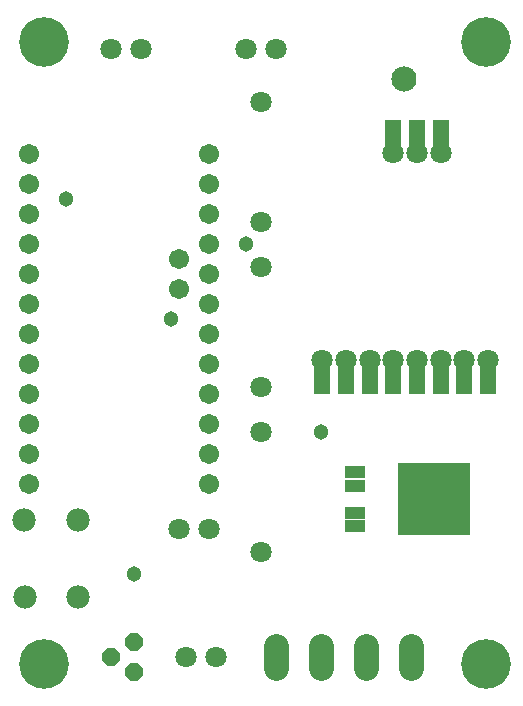
<source format=gts>
G75*
%MOIN*%
%OFA0B0*%
%FSLAX25Y25*%
%IPPOS*%
%LPD*%
%AMOC8*
5,1,8,0,0,1.08239X$1,22.5*
%
%ADD10C,0.16548*%
%ADD11C,0.07099*%
%ADD12C,0.07800*%
%ADD13C,0.08400*%
%ADD14R,0.05800X0.10800*%
%ADD15R,0.07099X0.03950*%
%ADD16R,0.24422X0.24422*%
%ADD17OC8,0.06000*%
%ADD18C,0.07100*%
%ADD19C,0.06737*%
%ADD20C,0.08300*%
%ADD21C,0.05131*%
D10*
X0016787Y0016787D03*
X0164287Y0016787D03*
X0164287Y0224287D03*
X0016787Y0224287D03*
D11*
X0039287Y0221787D03*
X0049287Y0221787D03*
X0084287Y0221787D03*
X0094287Y0221787D03*
X0133283Y0187122D03*
X0141157Y0187122D03*
X0149031Y0187122D03*
X0149031Y0118224D03*
X0156906Y0118224D03*
X0164780Y0118224D03*
X0141157Y0118224D03*
X0133283Y0118224D03*
X0125409Y0118224D03*
X0117535Y0118224D03*
X0109661Y0118224D03*
X0071787Y0061787D03*
X0061787Y0061787D03*
X0064287Y0019287D03*
X0074287Y0019287D03*
D12*
X0028072Y0039380D03*
X0010434Y0039183D03*
X0010237Y0064774D03*
X0028269Y0064774D03*
D13*
X0136787Y0211787D03*
D14*
X0133283Y0193028D03*
X0141157Y0193028D03*
X0149031Y0193028D03*
X0149031Y0112319D03*
X0156906Y0112319D03*
X0164780Y0112319D03*
X0141157Y0112319D03*
X0133283Y0112319D03*
X0125409Y0112319D03*
X0117535Y0112319D03*
X0109661Y0112319D03*
D15*
X0120488Y0080764D03*
X0120488Y0076276D03*
X0120488Y0067299D03*
X0120488Y0062811D03*
D16*
X0146906Y0071787D03*
D17*
X0046787Y0024287D03*
X0039287Y0019287D03*
X0046787Y0014287D03*
D18*
X0089287Y0054287D03*
X0089287Y0094287D03*
X0089287Y0109287D03*
X0089287Y0149287D03*
X0089287Y0164287D03*
X0089287Y0204287D03*
D19*
X0071787Y0186787D03*
X0071787Y0176787D03*
X0071787Y0166787D03*
X0071787Y0156787D03*
X0071787Y0146787D03*
X0071787Y0136787D03*
X0071787Y0126787D03*
X0071787Y0116787D03*
X0071787Y0106787D03*
X0071787Y0096787D03*
X0071787Y0086787D03*
X0071787Y0076787D03*
X0061787Y0141787D03*
X0061787Y0151787D03*
X0011787Y0146787D03*
X0011787Y0136787D03*
X0011787Y0126787D03*
X0011787Y0116787D03*
X0011787Y0106787D03*
X0011787Y0096787D03*
X0011787Y0086787D03*
X0011787Y0076787D03*
X0011787Y0156787D03*
X0011787Y0166787D03*
X0011787Y0176787D03*
X0011787Y0186787D03*
D20*
X0094287Y0023037D02*
X0094287Y0015537D01*
X0109287Y0015537D02*
X0109287Y0023037D01*
X0124287Y0023037D02*
X0124287Y0015537D01*
X0139287Y0015537D02*
X0139287Y0023037D01*
D21*
X0139287Y0064287D03*
X0139287Y0071787D03*
X0139287Y0079287D03*
X0146787Y0079287D03*
X0146787Y0071787D03*
X0146787Y0064287D03*
X0154287Y0064287D03*
X0154287Y0071787D03*
X0154287Y0079287D03*
X0109287Y0094287D03*
X0084287Y0156787D03*
X0059287Y0131787D03*
X0024287Y0171787D03*
X0046787Y0046787D03*
M02*

</source>
